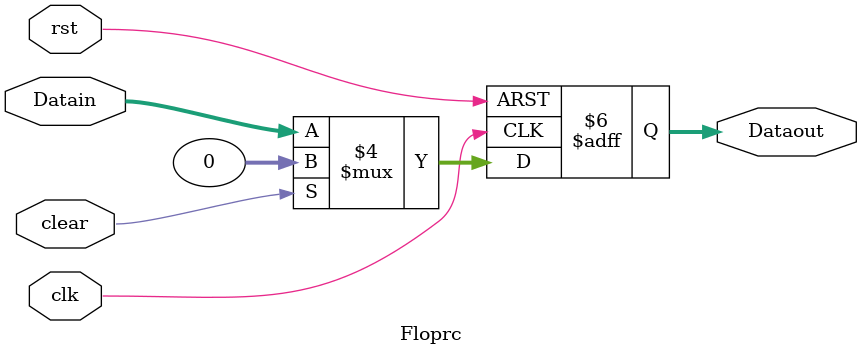
<source format=v>
`timescale 1ns / 1ps


module Floprc #(parameter WIDTH=32)(clk,rst,clear,Datain,Dataout);
    input clk;
    input rst;
    input clear;
    input [WIDTH-1:0] Datain;
    output reg [WIDTH-1:0] Dataout=0;

    always@(posedge clk or posedge rst)
    begin
        if(rst)
            Dataout<=0;
        else if(clear)
            Dataout<=0;
        else Dataout<=Datain;
    end 
endmodule

</source>
